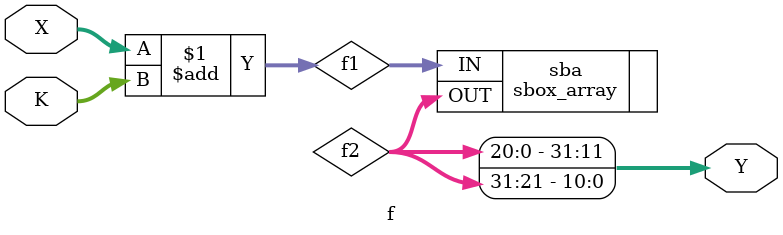
<source format=v>
module f (
    input [31:0]X,
    input [31:0]K,
    output [31:0]Y    
);

wire [31:0]f1 = X + K;
wire [31:0]f2;

sbox_array sba (
    .IN(f1),
    .OUT(f2)
);

assign Y = { f2[20:0], f2[31:21] };

endmodule

</source>
